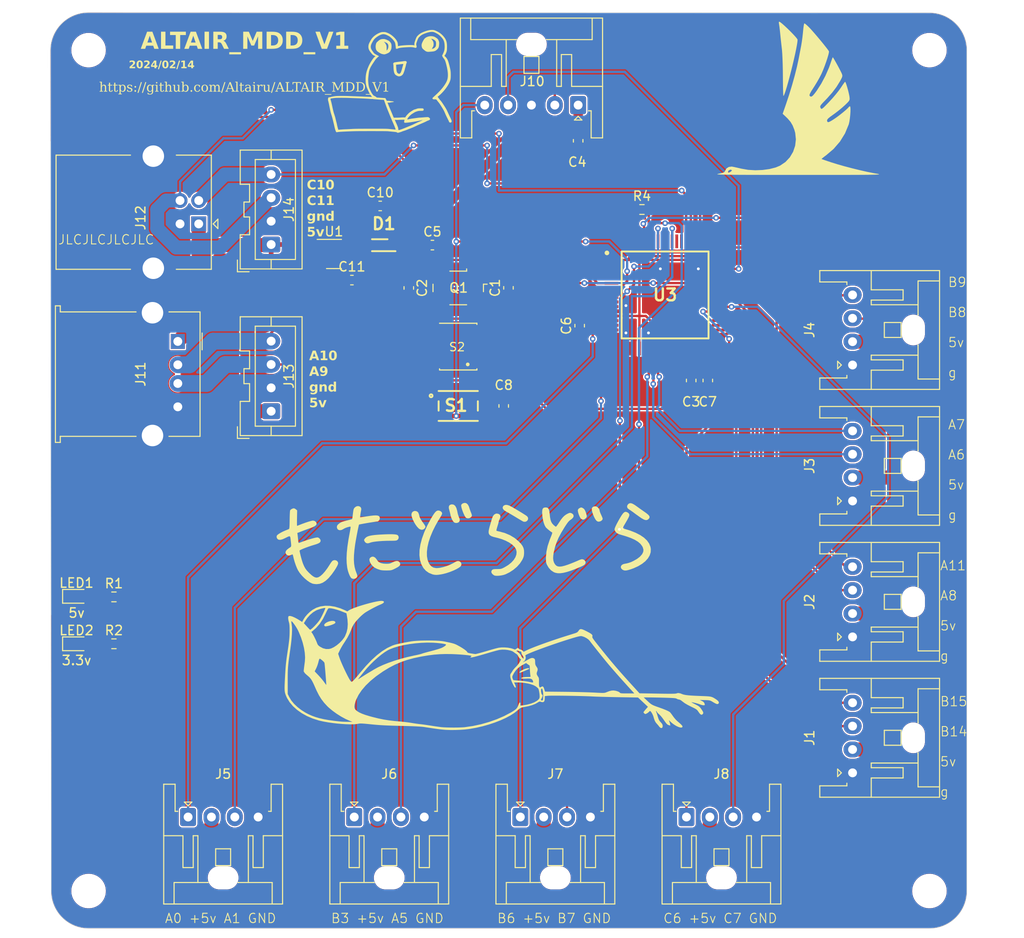
<source format=kicad_pcb>
(kicad_pcb (version 20221018) (generator pcbnew)
  (layers (0 "F.Cu" signal) (31 "B.Cu" signal) (34 "B.Paste" user) (35 "F.Paste" user) (36 "B.SilkS" user "B.Silkscreen") (37 "F.SilkS" user "F.Silkscreen") (38 "B.Mask" user) (39 "F.Mask" user) (44 "Edge.Cuts" user))
  (net 0 "")
  (net 1 "Net-(U3-PH0-OSC_IN)")
  (net 2 "Net-(U3-PH1-OSC_OUT)")
  (net 3 "GND")
  (net 4 "Net-(U3-VCAP_1)")
  (net 5 "+3.3V")
  (net 6 "nrst")
  (net 7 "swclk")
  (net 8 "swdio")
  (net 9 "Net-(U1-OUT)")
  (net 10 "B6")
  (net 11 "B7")
  (net 12 "B8")
  (net 13 "B9")
  (net 14 "Net-(U1-ADJ)")
  (net 15 "Net-(LED1-A)")
  (net 16 "Net-(LED2-A)")
  (net 17 "C6")
  (net 18 "C7")
  (net 19 "C8")
  (net 20 "C9")
  (net 21 "C10")
  (net 22 "C11")
  (net 23 "Net-(U3-BOOT0)")
  (net 24 "Net-(U3-PC3)")
  (net 25 "Net-(U3-PC2)")
  (net 26 "+5V")
  (net 27 "Net-(U3-PC1)")
  (net 28 "A9")
  (net 29 "A10")
  (net 30 "Net-(U3-PC0)")
  (net 34 "A0")
  (net 35 "A1")
  (net 36 "B15")
  (net 37 "B14")
  (net 39 "A8")
  (net 40 "A11")
  (net 41 "A6")
  (net 44 "A7")
  (net 45 "B3")
  (net 46 "A5")
  (net 50 "A2")
  (net 51 "A3")
  (net 52 "B0")
  (net 53 "B1")
  (net 58 "B2")
  (footprint "Connector_JST:JST_XA_S04B-XASK-1_1x04_P2.50mm_Horizontal" (layer "F.Cu") (at 191.77 112.8 90)
    (fp_text reference "J2")
    (fp_text value "MD")
  )
  (footprint "SamacSys_Parts:SOD2513X117N" (layer "F.Cu") (at 141.1647 70.8762 180)
    (fp_text reference "D1")
    (fp_text value "BAT60JFILM" hide)
  )
  (footprint "Capacitor_SMD:C_0603_1608Metric" (layer "F.Cu") (at 176.276 85.357 -90)
    (fp_text reference "C7")
    (fp_text value "0.1uF")
  )
  (footprint "Connector_JST:JST_XA_S04B-XASK-1_1x04_P2.50mm_Horizontal" (layer "F.Cu") (at 120.65 132.08)
    (fp_text reference "J5")
    (fp_text value "encoder")
  )
  (footprint "Crystal:Crystal_SMD_Abracon_ABM3B-4Pin_5.0x3.2mm" (layer "F.Cu") (at 149.563 75.451 180)
    (fp_text reference "Q1")
    (fp_text value "ABM3B-8.000MHZ-B2-T")
  )
  (footprint "Resistor_SMD:R_0603_1608Metric" (layer "F.Cu") (at 112.713 108.518)
    (fp_text reference "R1")
    (fp_text value "4.7k")
  )
  (footprint "Capacitor_SMD:C_0603_1608Metric" (layer "F.Cu") (at 154.94 75.44 90)
    (fp_text reference "C1")
    (fp_text value "22pF")
  )
  (footprint "LED_SMD:LED_0603_1608Metric" (layer "F.Cu") (at 108.703 108.458)
    (fp_text reference "LED1")
    (fp_text value "5v")
  )
  (footprint "Connector_USB:USB_A_Molex_67643_Horizontal" (layer "F.Cu") (at 119.55 81.175 -90)
    (fp_text reference "J11")
    (fp_text value "USB_A")
  )
  (footprint "LOGO" (layer "F.Cu") (at 149.86 111.76)
    (fp_text reference "G***" hide)
    (fp_text value "LOGO" hide)
  )
  (footprint "Resistor_SMD:R_0603_1608Metric" (layer "F.Cu") (at 169.227 67.056)
    (fp_text reference "R4")
    (fp_text value "10k")
  )
  (footprint "Connector_JST:JST_XA_B04B-XASK-1_1x04_P2.50mm_Vertical" (layer "F.Cu") (at 129.54 70.805 90)
    (fp_text reference "J14")
    (fp_text value "Conn_01x04")
  )
  (footprint "MountingHole:MountingHole_3.2mm_M3" (layer "F.Cu") (at 200 50)
    (fp_text reference "REF**" hide)
    (fp_text value "MountingHole_3.2mm_M3")
  )
  (footprint "Connector_JST:JST_XA_S04B-XASK-1_1x04_P2.50mm_Horizontal" (layer "F.Cu") (at 173.99 132.08)
    (fp_text reference "J8")
    (fp_text value "encoder")
  )
  (footprint "Capacitor_SMD:C_0603_1608Metric" (layer "F.Cu") (at 162.4 59.703 -90)
    (fp_text reference "C4")
    (fp_text value "0.1uF")
  )
  (footprint "Library:sken" (layer "F.Cu") (at 186.055 61.595)
    (fp_text reference "G***" hide)
    (fp_text value "LOGO" hide)
  )
  (footprint "SamacSys_Parts:QFP50P1200X1200X160-64N" (layer "F.Cu") (at 171.704 76.2)
    (fp_text reference "U3")
    (fp_text value "STM32F446RCT7" hide)
  )
  (footprint "Capacitor_SMD:C_0603_1608Metric" (layer "F.Cu") (at 146.799 70.866)
    (fp_text reference "C5")
    (fp_text value "0.1uF")
  )
  (footprint "Connector_USB:USB_B_Lumberg_2411_02_Horizontal" (layer "F.Cu") (at 121.7875 68.595 180)
    (fp_text reference "J12")
    (fp_text value "USB_B")
  )
  (footprint "Package_TO_SOT_SMD:SOT-23-5" (layer "F.Cu") (at 136.2655 71.816)
    (fp_text reference "U1")
    (fp_text value "SPX3819M5-L")
  )
  (footprint "LED_SMD:LED_0603_1608Metric" (layer "F.Cu") (at 108.703 113.538)
    (fp_text reference "LED2")
    (fp_text value "3.3v")
  )
  (footprint "Connector_JST:JST_XA_S05B-XASK-1_1x05_P2.50mm_Horizontal" (layer "F.Cu") (at 162.4 55.88 180)
    (fp_text reference "J10")
    (fp_text value "stlink")
  )
  (footprint "Connector_JST:JST_XA_B04B-XASK-1_1x04_P2.50mm_Vertical" (layer "F.Cu") (at 129.54 88.645 90)
    (fp_text reference "J13")
    (fp_text value "Conn_01x04")
  )
  (footprint "MountingHole:MountingHole_3.2mm_M3" (layer "F.Cu") (at 200 140)
    (fp_text reference "REF**" hide)
    (fp_text value "MountingHole_3.2mm_M3")
  )
  (footprint "MountingHole:MountingHole_3.2mm_M3" (layer "F.Cu") (at 110 50)
    (fp_text reference "REF**" hide)
    (fp_text value "MountingHole_3.2mm_M3")
  )
  (footprint "Connector_JST:JST_XA_S04B-XASK-1_1x04_P2.50mm_Horizontal" (layer "F.Cu") (at 191.77 83.7 90)
    (fp_text reference "J4")
    (fp_text value "MD")
  )
  (footprint "SamacSys_Parts:SMT_4.2X3.2_" (layer "F.Cu") (at 149.563 88.081)
    (fp_text reference "S1")
    (fp_text value "SKRPACE010" hide)
  )
  (footprint "Connector_JST:JST_XA_S04B-XASK-1_1x04_P2.50mm_Horizontal" (layer "F.Cu") (at 191.77 98.25 90)
    (fp_text reference "J3")
    (fp_text value "MD")
  )
  (footprint "Connector_JST:JST_XA_S04B-XASK-1_1x04_P2.50mm_Horizontal" (layer "F.Cu") (at 138.43 132.08)
    (fp_text reference "J6")
    (fp_text value "encoder")
  )
  (footprint "servoV1:SOIC127P600X175-8N" (layer "F.Cu") (at 149.563 81.731 180)
    (fp_text reference "S2")
    (fp_text value "KHS42E")
  )
  (footprint "Capacitor_SMD:C_0603_1608Metric" (layer "F.Cu") (at 144.272 75.451 -90)
    (fp_text reference "C2")
    (fp_text value "22pF")
  )
  (footprint "Capacitor_SMD:C_0603_1608Metric" (layer "F.Cu") (at 141.211 66.675)
    (fp_text reference "C10")
    (fp_text value "2.2uF")
  )
  (footprint "Capacitor_SMD:C_0603_1608Metric" (layer "F.Cu") (at 138.1835 74.61)
    (fp_text reference "C11")
    (fp_text value "4.7nF")
  )
  (footprint "Connector_JST:JST_XA_S04B-XASK-1_1x04_P2.50mm_Horizontal" (layer "F.Cu") (at 191.77 127.35 90)
    (fp_text reference "J1")
    (fp_text value "MD")
  )
  (footprint "Resistor_SMD:R_0603_1608Metric" (layer "F.Cu") (at 112.713 113.538)
    (fp_text reference "R2")
    (fp_text value "1k")
  )
  (footprint "AltairMD_V6:altair1" (layer "F.Cu") (at 144.160574 53.422756)
    (fp_text reference "G***" hide)
    (fp_text value "LOGO" hide)
  )
  (footprint "Capacitor_SMD:C_0603_1608Metric" (layer "F.Cu") (at 154.432 88.081 90)
    (fp_text reference "C8")
    (fp_text value "0.1uF")
  )
  (footprint "Connector_JST:JST_XA_S04B-XASK-1_1x04_P2.50mm_Horizontal" (layer "F.Cu") (at 156.21 132.08)
    (fp_text reference "J7")
    (fp_text value "encoder")
  )
  (footprint "MountingHole:MountingHole_3.2mm_M3" (layer "F.Cu") (at 110 140)
    (fp_text reference "REF**" hide)
    (fp_text value "MountingHole_3.2mm_M3")
  )
  (footprint "Capacitor_SMD:C_0603_1608Metric" (layer "F.Cu") (at 174.498 85.357 -90)
    (fp_text reference "C3")
    (fp_text value "4.7uF")
  )
  (footprint "Capacitor_SMD:C_0603_1608Metric" (layer "F.Cu") (at 162.56 79.489 90)
    (fp_text reference "C6")
    (fp_text value "0.1uF" hide)
  )
  (gr_line (start 105.918 50.038) (end 106 140) (stroke (width 0.05)) (layer "Edge.Cuts"))
  (gr_arc (start 200 46) (mid 202.828427 47.171573) (end 204 50) (stroke (width 0.05)) (layer "Edge.Cuts"))
  (gr_line (start 204 140) (end 204 50) (stroke (width 0.05)) (layer "Edge.Cuts"))
  (gr_arc (start 110 144) (mid 107.171573 142.828427) (end 106 140) (stroke (width 0.05)) (layer "Edge.Cuts"))
  (gr_arc (start 105.918 50.038) (mid 107.108318 47.164318) (end 109.982 45.974) (stroke (width 0.05)) (layer "Edge.Cuts"))
  (gr_arc (start 204 140) (mid 202.828427 142.828427) (end 200 144) (stroke (width 0.05)) (layer "Edge.Cuts"))
  (gr_line (start 200 46) (end 109.982 45.974) (stroke (width 0.05)) (layer "Edge.Cuts"))
  (gr_line (start 110 144) (end 200 144) (stroke (width 0.05)) (layer "Edge.Cuts"))
  (gr_text "A7\n\nA6\n\n5v\n\ng" (at 201.93 100.33) (layer "F.SilkS") (effects (font (size 1 1) (thickness 0.1)) (justify left bottom)))
  (gr_text "A10\nA9\ngnd\n5v" (at 133.604 88.392) (layer "F.SilkS") (effects (font (size 1 1) (thickness 0.1)) (justify left bottom)))
  (gr_text "B6 +5v B7 GND" (at 153.67 143.51) (layer "F.SilkS") (effects (font (size 1 1) (thickness 0.1)) (justify left bottom)))
  (gr_text "B3 +5v A5 GND" (at 135.89 143.51) (layer "F.SilkS") (effects (font (size 1 1) (thickness 0.1)) (justify left bottom)))
  (gr_text "C10\nC11\ngnd\n5v" (at 133.35 70.104) (layer "F.SilkS") (effects (font (size 1 1) (thickness 0.1)) (justify left bottom)))
  (gr_text "https://github.com/Altairu/ALTAIR_MDD_V1" (at 111.125 54.61) (layer "F.SilkS") (effects (font (size 1 1) (thickness 0.1) italic) (justify left bottom)))
  (gr_text "A11\n\nA8\n\n5v\n\ng\n" (at 201.08 115.41) (layer "F.SilkS") (effects (font (size 1 1) (thickness 0.1)) (justify left bottom)))
  (gr_text "JLCJLCJLCJLC" (at 106.68 70.866) (layer "F.SilkS") (effects (font (size 1 1) (thickness 0.1)) (justify left bottom)))
  (gr_text "B9\n\nB8\n\n5v\n\ng" (at 201.93 85.09) (layer "F.SilkS") (effects (font (size 1 1) (thickness 0.1)) (justify left bottom)))
  (gr_text "C6 +5v C7 GND" (at 171.45 143.51) (layer "F.SilkS") (effects (font (size 1 1) (thickness 0.1)) (justify left bottom)))
  (gr_text "B15\n\nB14\n\n5v\n\ng" (at 201.08 129.96) (layer "F.SilkS") (effects (font (size 1 1) (thickness 0.1)) (justify left bottom)))
  (gr_text "A0 +5v A1 GND" (at 118.11 143.51) (layer "F.SilkS") (effects (font (size 1 1) (thickness 0.1)) (justify left bottom)))
  (gr_text "2024/02/14" (at 114.3 52.07) (layer "F.SilkS") (effects (font (size 0.8 0.8) (thickness 0.1) italic) (justify left bottom)))
  (gr_text "ALTAIR_MDD_V1\n" (at 115.57 50.165) (layer "F.SilkS") (effects (font (size 1.8 1.8) (thickness 0.3) bold) (justify left bottom)))
  (segment (start 155.945 73.66) (end 154.94 74.665) (width 0.25) (layer "F.Cu") (net 1))
  (segment (start 153.924 74.676) (end 153.935 74.665) (width 1) (layer "F.Cu") (net 1))
  (segment (start 153.499 74.251) (end 153.924 74.676) (width 1) (layer "F.Cu") (net 1))
  (segment (start 163.83 73.66) (end 155.945 73.66) (width 0.25) (layer "F.Cu") (net 1))
  (segment (start 153.935 74.665) (end 154.94 74.665) (width 1) (layer "F.Cu") (net 1))
  (segment (start 151.563 74.251) (end 153.499 74.251) (width 1) (layer "F.Cu") (net 1))
  (segment (start 165.966 74.45) (end 164.62 74.45) (width 0.25) (layer "F.Cu") (net 1))
  (segment (start 164.62 74.45) (end 163.83 73.66) (width 0.25) (layer "F.Cu") (net 1))
  (segment (start 164.485 74.95) (end 163.83 74.295) (width 0.25) (layer "F.Cu") (net 2))
  (segment (start 165.966 74.95) (end 164.485 74.95) (width 0.25) (layer "F.Cu") (net 2))
  (segment (start 163.83 74.295) (end 156.845 74.295) (width 0.25) (layer "F.Cu") (net 2))
  (segment (start 145.568 76.226) (end 145.993 76.651) (width 1) (layer "F.Cu") (net 2))
  (segment (start 155.6524 75.4876) (end 148.7264 75.4876) (width 0.25) (layer "F.Cu") (net 2))
  (segment (start 144.272 76.226) (end 145.568 76.226) (width 1) (layer "F.Cu") (net 2))
  (segment (start 145.993 76.651) (end 147.563 76.651) (width 1) (layer "F.Cu") (net 2))
  (segment (start 156.845 74.295) (end 155.6524 75.4876) (width 0.25) (layer "F.Cu") (net 2))
  (segment (start 148.7264 75.4876) (end 147.563 76.651) (width 0.25) (layer "F.Cu") (net 2))
  (segment (start 168.454 70.462) (end 168.454 67.108) (width 0.25) (layer "F.Cu") (net 3))
  (segment (start 168.454 67.108) (end 168.402 67.056) (width 0.25) (layer "F.Cu") (net 3))
  (via (at 167.513 80.264) (size 0.6) (drill 0.3) (layers "F.Cu" "B.Cu") (net 3))
  (via (at 169.926 80.264) (size 0.6) (drill 0.3) (layers "F.Cu" "B.Cu") (net 3))
  (via (at 175.26 73.406) (size 0.6) (drill 0.3) (layers "F.Cu" "B.Cu") (net 3))
  (via (at 171.196 73.406) (size 0.6) (drill 0.3) (layers "F.Cu" "B.Cu") (net 3))
  (via (at 167.513 77.343) (size 0.6) (drill 0.3) (layers "F.Cu" "B.Cu") (net 3))
  (segment (start 174.498 84.582) (end 174.454 84.538) (width 0.25) (layer "F.Cu") (net 4))
  (segment (start 174.454 84.538) (end 174.454 81.938) (width 0.25) (layer "F.Cu") (net 4))
  (segment (start 146.0551 68.8391) (end 145.5471 69.3471) (width 1) (layer "F.Cu") (net 5))
  (segment (start 146.0138 70.8762) (end 146.024 70.866) (width 1) (layer "F.Cu") (net 5))
  (segment (start 144.018 70.8762) (end 146.0138 70.8762) (width 1) (layer "F.Cu") (net 5))
  (segment (start 113.03 111.76) (end 107.95 111.76) (width 0.25) (layer "F.Cu") (net 5))
  (segment (start 145.5471 69.3471) (end 145.2931 69.6011) (width 1) (layer "F.Cu") (net 5))
  (segment (start 146.024 64.02425) (end 146.024 70.866) (width 0.25) (layer "F.Cu") (net 5))
  (segment (start 146.05 70.892) (end 146.024 70.866) (width 0.25) (layer "F.Cu") (net 5))
  (segment (start 146.11 72.45) (end 146.05 72.39) (width 0.25) (layer "F.Cu") (net 5))
  (segment (start 165.966 72.45) (end 146.11 72.45) (width 0.25) (layer "F.Cu") (net 5))
  (segment (start 139.14975 57.15) (end 146.024 64.02425) (width 0.25) (layer "F.Cu") (net 5))
  (segment (start 146.024 69.824) (end 146.024 68.8702) (width 0.25) (layer "F.Cu") (net 5))
  (segment (start 165.966 72.45) (end 167.64 72.45) (width 0.25) (layer "F.Cu") (net 5))
  (segment (start 155.956 58.928) (end 151.638 63.246) (width 1) (layer "F.Cu") (net 5))
  (segment (start 162.56 80.01) (end 162.56 80.264) (width 0.25) (layer "F.Cu") (net 5))
  (segment (start 168.954 72.494) (end 168.91 72.45) (width 0.25) (layer "F.Cu") (net 5))
  (segment (start 146.4361 68.4581) (end 146.0551 68.8391) (width 1) (layer "F.Cu") (net 5))
  (segment (start 174.4683 80.01) (end 175.454 80.9957) (width 0.25) (layer "F.Cu") (net 5))
  (segment (start 106.15 60.22) (end 109.22 57.15) (width 0.25) (layer "F.Cu") (net 5))
  (segment (start 171.196 80.01) (end 174.4683 80.01) (width 0.25) (layer "F.Cu") (net 5))
  (segment (start 145.2931 70.1351) (end 145.6042 69.824) (width 1) (layer "F.Cu") (net 5))
  (segment (start 145.2931 69.6011) (end 145.2931 70.1351) (width 1) (layer "F.Cu") (net 5))
  (segment (start 106.15 109.96) (end 106.15 60.22) (width 0.25) (layer "F.Cu") (net 5))
  (segment (start 144.018 70.8762) (end 146.0551 68.8391) (width 1) (layer "F.Cu") (net 5))
  (segment (start 113.538 112.268) (end 113.03 111.76) (width 0.25) (layer "F.Cu") (net 5))
  (segment (start 145.5471 69.3471) (end 146.024 69.824) (width 0.25) (layer "F.Cu") (net 5))
  (segment (start 146.05 72.39) (end 146.05 70.892) (width 0.25) (layer "F.Cu") (net 5))
  (segment (start 162.4 55.88) (end 162.4 58.928) (width 1) (layer "F.Cu") (net 5))
  (segment (start 167.954 72.136) (end 168.268 72.45) (width 0.25) (layer "F.Cu") (net 5))
  (segment (start 146.024 68.8702) (end 146.024 70.866) (width 1) (layer "F.Cu") (net 5))
  (segment (start 145.2931 70.1351) (end 146.024 70.866) (width 1) (layer "F.Cu") (net 5))
  (segment (start 151.638 63.246) (end 151.638 63.2562) (width 1) (layer "F.Cu") (net 5))
  (segment (start 175.454 81.938) (end 175.454 82.744) (width 0.25) (layer "F.Cu") (net 5))
  (segment (start 164.247 78.45) (end 165.966 78.45) (width 0.25) (layer "F.Cu") (net 5))
  (segment (start 162.56 80.137) (end 164.247 78.45) (width 0.25) (layer "F.Cu") (net 5))
  (segment (start 109.22 57.15) (end 139.14975 57.15) (width 0.25) (layer "F.Cu") (net 5))
  (segment (start 145.6042 69.824) (end 146.024 69.824) (width 1) (layer "F.Cu") (net 5))
  (segment (start 162.56 80.264) (end 162.56 80.137) (width 0.25) (layer "F.Cu") (net 5))
  (segment (start 169.636 78.45) (end 171.196 80.01) (width 0.25) (layer "F.Cu") (net 5))
  (segment (start 113.538 113.538) (end 113.538 112.268) (width 0.25) (layer "F.Cu") (net 5))
  (segment (start 175.454 80.9957) (end 175.454 81.938) (width 0.25) (layer "F.Cu") (net 5))
  (segment (start 167.954 70.462) (end 167.954 72.136) (width 0.25) (layer "F.Cu") (net 5))
  (segment (start 146.024 68.8702) (end 146.0551 68.8391) (width 0.25) (layer "F.Cu") (net 5))
  (segment (start 146.024 70.866) (end 146.024 69.824) (width 0.25) (layer "F.Cu") (net 5))
  (segment (start 168.91 72.45) (end 177.442 72.45) (width 0.25) (layer "F.Cu") (net 5))
  (segment (start 175.454 82.744) (end 176.276 83.566) (width 0.25) (layer "F.Cu") (net 5))
  (segment (start 167.64 72.45) (end 167.954 72.136) (width 0.25) (layer "F.Cu") (net 5))
  (segment (start 162.4 58.928) (end 155.956 58.928) (width 1) (layer "F.Cu") (net 5))
  (segment (start 146.4361 68.4581) (end 146.024 68.8702) (width 1) (layer "F.Cu") (net 5))
  (segment (start 165.966 78.45) (end 169.636 78.45) (width 0.25) (layer "F.Cu") (net 5))
  (segment (start 151.638 63.2562) (end 146.4361 68.4581) (width 1) (layer "F.Cu") (net 5))
  (segment (start 168.268 72.45) (end 168.91 72.45) (width 0.25) (layer "F.Cu") (net 5))
  (segment (start 142.3047 70.8762) (end 144.018 70.8762) (width 1) (layer "F.Cu") (net 5))
  (segment (start 168.954 81.938) (end 168.954 72.494) (width 0.25) (layer "F.Cu") (net 5))
  (segment (start 107.95 111.76) (end 106.15 109.96) (width 0.25) (layer "F.Cu") (net 5))
  (segment (start 176.276 83.566) (end 176.276 84.582) (width 0.25) (layer "F.Cu") (net 5))
  (segment (start 145.2931 69.6011) (end 144.018 70.8762) (width 1) (layer "F.Cu") (net 5))
  (segment (start 167.64 72.45) (end 168.91 72.45) (width 0.25) (layer "F.Cu") (net 5))
  (segment (start 163.195 70.485) (end 149.352 70.485) (width 0.25) (layer "F.Cu") (net 6))
  (segment (start 167.64 73.66) (end 167.64 74.7183) (width 0.25) (layer "F.Cu") (net 6))
  (segment (start 166.9083 75.45) (end 165.966 75.45) (width 0.25) (layer "F.Cu") (net 6))
  (segment (start 167.64 74.7183) (end 166.9083 75.45) (width 0.25) (layer "F.Cu") (net 6))
  (segment (start 149.352 89.156) (end 154.132 89.156) (width 0.5) (layer "F.Cu") (net 6))
  (segment (start 147.488 89.156) (end 149.352 89.156) (width 0.5) (layer "F.Cu") (net 6))
  (segment (start 154.132 89.156) (end 154.432 88.856) (width 0.5) (layer "F.Cu") (net 6))
  (via (at 163.195 70.485) (size 0.6) (drill 0.3) (layers "F.Cu" "B.Cu") (net 6))
  (via (at 149.352 89.156) (size 0.6) (drill 0.3) (layers "F.Cu" "B.Cu") (net 6))
  (via (at 167.64 73.66) (size 0.6) (drill 0.3) (layers "F.Cu" "B.Cu") (net 6))
  (via (at 149.352 70.485) (size 0.6) (drill 0.3) (layers "F.Cu" "B.Cu") (net 6))
  (segment (start 150.114 55.88) (end 149.352 56.642) (width 0.25) (layer "B.Cu") (net 6))
  (segment (start 149.352 70.485) (end 149.352 89.156) (width 0.25) (layer "B.Cu") (net 6))
  (segment (start 167.64 72.39) (end 165.735 70.485) (width 0.25) (layer "B.Cu") (net 6))
  (segment (start 152.4 55.88) (end 150.114 55.88) (width 0.25) (layer "B.Cu") (net 6))
  (segment (start 165.735 70.485) (end 163.195 70.485) (width 0.25) (layer "B.Cu") (net 6))
  (segment (start 167.64 73.66) (end 167.64 72.39) (width 0.25) (layer "B.Cu") (net 6))
  (segment (start 149.352 56.642) (end 149.352 70.485) (width 0.25) (layer "B.Cu") (net 6))
  (segment (start 160.02 53.086) (end 166.116 53.086) (width 0.25) (layer "F.Cu") (net 7))
  (segment (start 175.454 62.424) (end 175.454 70.462) (width 0.25) (layer "F.Cu") (net 7))
  (segment (start 159.9 53.206) (end 160.02 53.086) (width 0.25) (layer "F.Cu") (net 7))
  (segment (start 159.9 55.88) (end 159.9 53.206) (width 0.25) (layer "F.Cu") (net 7))
  (segment (start 166.116 53.086) (end 175.454 62.424) (width 0.25) (layer "F.Cu") (net 7))
  (segment (start 177.486 73.406) (end 177.442 73.45) (width 0.25) (layer "F.Cu") (net 8))
  (segment (start 179.578 73.406) (end 177.486 73.406) (width 0.25) (layer "F.Cu") (net 8))
  (via (at 179.578 73.406) (size 0.6) (drill 0.3) (layers "F.Cu" "B.Cu") (net 8))
  (segment (start 154.9 55.88) (end 154.9 52.872) (width 0.25) (layer "B.Cu") (net 8))
  (segment (start 155.448 52.324) (end 167.386 52.324) (width 0.25) (layer "B.Cu") (net 8))
  (segment (start 154.9 52.872) (end 155.448 52.324) (width 0.25) (layer "B.Cu") (net 8))
  (segment (start 167.386 52.324) (end 179.578 64.516) (width 0.25) (layer "B.Cu") (net 8))
  (segment (start 179.578 64.516) (end 179.578 73.406) (width 0.25) (layer "B.Cu") (net 8))
  (segment (start 137.403 70.866) (end 140.0145 70.866) (width 1) (layer "F.Cu") (net 9))
  (segment (start 140.436 70.4649) (end 140.0247 70.8762) (width 1) (layer "F.Cu") (net 9))
  (segment (start 140.0145 70.866) (end 140.0247 70.8762) (width 1) (layer "F.Cu") (net 9))
  (segment (start 140.436 66.675) (end 140.436 70.4649) (width 1) (layer "F.Cu") (net 9))
  (segment (start 167.64 75.819) (end 168.3771 75.0819) (width 0.25) (layer "F.Cu") (net 10))
  (segment (start 166.8566 101.2404) (end 166.8566 89.6834) (width 0.25) (layer "F.Cu") (net 10))
  (segment (start 168.3771 75.0819) (end 168.3771 73.152) (width 0.25) (layer "F.Cu") (net 10))
  (segment (start 170.942 69.088) (end 170.954 69.1) (width 0.25) (layer "F.Cu") (net 10))
  (segment (start 166.8145 101.2825) (end 166.8566 101.2404) (width 0.25) (layer "F.Cu") (net 10))
  (segment (start 166.8566 89.6834) (end 166.878 89.662) (width 0.25) (layer "F.Cu") (net 10))
  (segment (start 170.954 69.1) (end 170.954 70.462) (width 0.25) (layer "F.Cu") (net 10))
  (via (at 170.942 69.088) (size 0.6) (drill 0.3) (layers "F.Cu" "B.Cu") (net 10))
  (via (at 166.878 89.662) (size 0.6) (drill 0.3) (layers "F.Cu" "B.Cu") (net 10))
  (via (at 167.64 75.819) (size 0.6) (drill 0.3) (layers "F.Cu" "B.Cu") (net 10))
  (via (at 168.3771 73.152) (size 0.6) (drill 0.3) (layers "F.Cu" "B.Cu") (net 10))
  (via (at 166.8145 101.2825) (size 0.6) (drill 0.3) (layers "F.Cu" "B.Cu") (net 10))
  (segment (start 166.878 89.662) (end 166.878 76.581) (width 0.25) (layer "B.Cu") (net 10))
  (segment (start 170.942 69.088) (end 170.942 72.136) (width 0.25) (layer "B.Cu") (net 10))
  (segment (start 166.8145 101.2825) (end 156.21 111.887) (width 0.25) (layer "B.Cu") (net 10))
  (segment (start 166.878 76.581) (end 167.64 75.819) (width 0.25) (layer "B.Cu") (net 10))
  (segment (start 170.942 72.136) (end 169.926 73.152) (width 0.25) (layer "B.Cu") (net 10))
  (segment (start 169.926 73.152) (end 168.3771 73.152) (width 0.25) (layer "B.Cu") (net 10))
  (segment (start 156.21 111.887) (end 156.21 132.08) (width 0.25) (layer "B.Cu") (net 10))
  (segment (start 161.21 115.850416) (end 168.91 108.150416) (width 0.25) (layer "F.Cu") (net 11))
  (segment (start 161.21 132.08) (end 161.21 115.850416) (width 0.25) (layer "F.Cu") (net 11))
  (segment (start 170.3646 68.848833) (end 170.3646 69.327167) (width 0.25) (layer "F.Cu") (net 11))
  (segment (start 168.91 90.805) (end 168.91 90.043) (width 0.25) (layer "F.Cu") (net 11))
  (segment (start 168.91 108.150416) (end 168.91 90.805) (width 0.25) (layer "F.Cu") (net 11))
  (segment (start 170.702833 68.5106) (end 170.3646 68.848833) (width 0.25) (layer "F.Cu") (net 11))
  (segment (start 170.3646 69.327167) (end 170.454 69.416567) (width 0.25) (layer "F.Cu") (net 11))
  (segment (start 170.454 69.416567) (end 170.454 70.462) (width 0.25) (layer "F.Cu") (net 11))
  (segment (start 171.704 68.5219) (end 171.6927 68.5106) (width 0.25) (layer "F.Cu") (net 11))
  (segment (start 171.6927 68.5106) (end 170.702833 68.5106) (width 0.25) (layer "F.Cu") (net 11))
  (via (at 171.704 68.5219) (size 0.6) (drill 0.3) (layers "F.Cu" "B.Cu") (net 11))
  (via (at 168.91 90.043) (size 0.6) (drill 0.3) (layers "F.Cu" "B.Cu") (net 11))
  (segment (start 168.91 90.043) (end 168.91 79.756) (width 0.25) (layer "B.Cu") (net 11))
  (segment (start 173.1586 68.5106) (end 171.7153 68.5106) (width 0.25) (layer "B.Cu") (net 11))
  (segment (start 173.482 75.184) (end 173.482 68.834) (width 0.25) (layer "B.Cu") (net 11))
  (segment (start 171.7153 68.5106) (end 171.704 68.5219) (width 0.25) (layer "B.Cu") (net 11))
  (segment (start 173.482 68.834) (end 173.1586 68.5106) (width 0.25) (layer "B.Cu") (net 11))
  (segment (start 171.958 76.708) (end 173.482 75.184) (width 0.25) (layer "B.Cu") (net 11))
  (segment (start 168.91 79.756) (end 171.958 76.708) (width 0.25) (layer "B.Cu") (net 11))
  (segment (start 169.3771 68.58) (end 169.454 68.6569) (width 0.25) (layer "F.Cu") (net 12))
  (segment (start 191.77 78.74) (end 194.31 78.74) (width 0.25) (layer "F.Cu") (net 12))
  (segment (start 180.975 67.945) (end 177.165 67.945) (width 0.25) (layer "F.Cu") (net 12))
  (segment (start 194.31 78.74) (end 194.31 73.66) (width 0.25) (layer "F.Cu") (net 12))
  (segment (start 191.77 71.12) (end 184.15 71.12) (width 0.25) (layer "F.Cu") (net 12))
  (segment (start 169.454 68.6569) (end 169.454 70.462) (width 0.25) (layer "F.Cu") (net 12))
  (segment (start 194.31 73.66) (end 191.77 71.12) (width 0.25) (layer "F.Cu") (net 12))
  (segment (start 184.15 71.12) (end 180.975 67.945) (width 0.25) (layer "F.Cu") (net 12))
  (via (at 177.165 67.945) (size 0.6) (drill 0.3) (layers "F.Cu" "B.Cu") (net 12))
  (via (at 169.3771 68.58) (size 0.6) (drill 0.3) (layers "F.Cu" "B.Cu") (net 12))
  (segment (start 170.0121 67.945) (end 177.165 67.945) (width 0.25) (layer "B.Cu") (net 12))
  (segment (start 169.3771 68.58) (end 170.0121 67.945) (width 0.25) (layer "B.Cu") (net 12))
  (segment (start 169.2026 72.0476) (end 168.954 71.799) (width 0.25) (layer "F.Cu") (net 13))
  (segment (start 168.954 71.799) (end 168.954 70.462) (width 0.25) (layer "F.Cu") (net 13))
  (segment (start 185.46 76.24) (end 180.34 71.12) (width 0.25) (layer "F.Cu") (net 13))
  (segment (start 175.895 72.0476) (end 169.2026 72.0476) (width 0.25) (layer "F.Cu") (net 13))
  (segment (start 180.34 71.12) (end 176.8226 71.12) (width 0.25) (layer "F.Cu") (net 13))
  (segment (start 176.8226 71.12) (end 175.895 72.0476) (width 0.25) (layer "F.Cu") (net 13))
  (segment (start 191.77 76.24) (end 185.46 76.24) (width 0.25) (layer "F.Cu") (net 13))
  (segment (start 137.4085 72.7715) (end 137.403 72.766) (width 1) (layer "F.Cu") (net 14))
  (segment (start 137.4085 74.61) (end 137.4085 72.7715) (width 1) (layer "F.Cu") (net 14))
  (segment (start 109.4905 108.458) (end 111.828 108.458) (width 1) (layer "F.Cu") (net 15))
  (segment (start 111.828 108.458) (end 111.888 108.518) (width 1) (layer "F.Cu") (net 15))
  (segment (start 109.4905 113.538) (end 111.888 113.538) (width 1) (layer "F.Cu") (net 16))
  (segment (start 178.562 80.899) (end 178.562 88.011) (width 0.25) (layer "F.Cu") (net 17))
  (segment (start 178.562 88.011) (end 173.99 92.583) (width 0.25) (layer "F.Cu") (net 17))
  (segment (start 175.768 77.978) (end 177.414 77.978) (width 0.25) (layer "F.Cu") (net 17))
  (segment (start 177.414 77.978) (end 177.442 77.95) (width 0.25) (layer "F.Cu") (net 17))
  (segment (start 173.99 92.583) (end 173.99 132.08) (width 0.25) (layer "F.Cu") (net 17))
  (via (at 175.768 77.978) (size 0.6) (drill 0.3) (layers "F.Cu" "B.Cu") (net 17))
  (via (at 178.562 80.899) (size 0.6) (drill 0.3) (layers "F.Cu" "B.Cu") (net 17))
  (segment (start 175.768 77.978) (end 175.768 78.105) (width 0.25) (layer "B.Cu") (net 17))
  (segment (start 175.768 78.105) (end 178.562 80.899) (width 0.25) (layer "B.Cu") (net 17))
  (segment (start 178.816 77.47) (end 177.462 77.47) (width 0.25) (layer "F.Cu") (net 18))
  (segment (start 177.462 77.47) (end 177.442 77.45) (width 0.25) (layer "F.Cu") (net 18))
  (via (at 178.816 77.47) (size 0.6) (drill 0.3) (layers "F.Cu" "B.Cu") (net 18))
  (segment (start 184.4084 115.6926) (end 184.4084 108.9616) (width 0.25) (layer "B.Cu") (net 18))
  (segment (start 184.4084 108.9616) (end 195.58 97.79) (width 0.25) (layer "B.Cu") (net 18))
  (segment (start 178.99 132.08) (end 178.99 121.111) (width 0.25) (layer "B.Cu") (net 18))
  (segment (start 178.99 121.111) (end 184.4084 115.6926) (width 0.25) (layer "B.Cu") (net 18))
  (segment (start 181.61 77.47) (end 178.816 77.47) (width 0.25) (layer "B.Cu") (net 18))
  (segment (start 195.58 91.44) (end 181.61 77.47) (width 0.25) (layer "B.Cu") (net 18))
  (segment (start 195.58 97.79) (end 195.58 91.44) (width 0.25) (layer "B.Cu") (net 18))
  (segment (start 174.454 64.98) (end 173.736 64.262) (width 0.25) (layer "F.Cu") (net 21))
  (segment (start 173.736 64.262) (end 152.654 64.262) (width 0.25) (layer "F.Cu") (net 21))
  (segment (start 152.654 60.198) (end 144.78 60.198) (width 0.25) (layer "F.Cu") (net 21))
  (segment (start 174.454 70.462) (end 174.454 64.98) (width 0.25) (layer "F.Cu") (net 21))
  (via (at 152.654 60.198) (size 0.6) (drill 0.3) (layers "F.Cu" "B.Cu") (net 21))
  (via (at 144.78 60.198) (size 0.6) (drill 0.3) (layers "F.Cu" "B.Cu") (net 21))
  (via (at 152.654 64.262) (size 0.6) (drill 0.3) (layers "F.Cu" "B.Cu") (net 21))
  (segment (start 152.654 60.198) (end 152.654 64.262) (width 0.25) (layer "B.Cu") (net 21))
  (segment (start 141.673 63.305) (end 129.54 63.305) (width 0.25) (layer "B.Cu") (net 21))
  (segment (start 144.78 60.198) (end 141.673 63.305) (width 0.25) (layer "B.Cu") (net 21))
  (segment (start 121.7875 66.095) (end 124.5775 63.305) (width 1.5) (layer "B.Cu") (net 21))
  (segment (start 124.5775 63.305) (end 129.54 63.305) (width 1.5) (layer "B.Cu") (net 21))
  (segment (start 142.494 58.928) (end 153.924 58.928) (width 0.25) (layer "F.Cu") (net 22))
  (segment (start 173.954 70.462) (end 173.954 65.496) (width 0.25) (layer "F.Cu") (net 22))
  (segment (start 139.954 56.388) (end 142.494 58.928) (width 0.25) (layer "F.Cu") (net 22))
  (segment (start 129.54 56.388) (end 139.954 56.388) (width 0.25) (layer "F.Cu") (net 22))
  (segment (start 173.954 65.496) (end 173.482 65.024) (width 0.25) (layer "F.Cu") (net 22))
  (via (at 173.482 65.024) (size 0.6) (drill 0.3) (layers "F.Cu" "B.Cu") (net 22))
  (via (at 129.54 56.388) (size 0.6) (drill 0.3) (layers "F.Cu" "B.Cu") (net 22))
  (via (at 153.924 58.928) (size 0.6) (drill 0.3) (layers "F.Cu" "B.Cu") (net 22))
  (segment (start 117.348 69.088) (end 119.38 71.12) (width 1.5) (layer "B.Cu") (net 22))
  (segment (start 126.492 59.436) (end 124.43725 59.436) (width 0.25) (layer "B.Cu") (net 22))
  (segment (start 117.348 67.056) (end 117.348 69.088) (width 1.5) (layer "B.Cu") (net 22))
  (segment (start 129.436732 65.805) (end 129.54 65.805) (width 1.5) (layer "B.Cu") (net 22))
  (segment (start 124.121732 71.12) (end 129.436732 65.805) (width 1.5) (layer "B.Cu") (net 22))
  (segment (start 153.924 58.928) (end 153.924 65.024) (width 0.25) (layer "B.Cu") (net 22))
  (segment (start 119.7875 66.095) (end 118.309 66.095) (width 1.5) (layer "B.Cu") (net 22))
  (segment (start 118.309 66.095) (end 117.348 67.056) (width 1.5) (layer "B.Cu") (net 22))
  (segment (start 153.924 65.024) (end 173.482 65.024) (width 0.25) (layer "B.Cu") (net 22))
  (segment (start 129.54 56.388) (end 126.492 59.436) (width 0.25) (layer "B.Cu") (net 22))
  (segment (start 119.38 71.12) (end 124.121732 71.12) (width 1.5) (layer "B.Cu") (net 22))
  (segment (start 124.43725 59.436) (end 119.7875 64.08575) (width 0.25) (layer "B.Cu") (net 22))
  (segment (start 119.7875 64.08575) (end 119.7875 66.095) (width 0.25) (layer "B.Cu") (net 22))
  (segment (start 170.052 67.056) (end 169.954 67.154) (width 0.25) (layer "F.Cu") (net 23))
  (segment (start 170.052 67.564) (end 170.052 67.056) (width 0.25) (layer "F.Cu") (net 23))
  (segment (start 169.954 67.154) (end 169.954 70.462) (width 0.25) (layer "F.Cu") (net 23))
  (segment (start 158.77 77.45) (end 152.584 83.636) (width 0.25) (layer "F.Cu") (net 24))
  (segment (start 165.966 77.45) (end 158.77 77.45) (width 0.25) (layer "F.Cu") (net 24))
  (segment (start 152.584 83.636) (end 152.038 83.636) (width 0.25) (layer "F.Cu") (net 24))
  (segment (start 153.092 82.366) (end 152.038 82.366) (width 0.25) (layer "F.Cu") (net 25))
  (segment (start 158.508 76.95) (end 153.092 82.366) (width 0.25) (layer "F.Cu") (net 25))
  (segment (start 165.966 76.95) (end 158.508 76.95) (width 0.25) (layer "F.Cu") (net 25))
  (segment (start 140.589 135.128) (end 123.317 135.128) (width 1.5) (layer "F.Cu") (net 26))
  (segment (start 194.865 81.2) (end 191.77 81.2) (width 1.5) (layer "F.Cu") (net 26))
  (segment (start 123.15 132.08) (end 123.15 134.961) (width 1.5) (layer "F.Cu") (net 26))
  (segment (start 129.479 70.866) (end 129.54 70.805) (width 1.5) (layer "F.Cu") (net 26))
  (segment (start 175.917 135.128) (end 159.385 135.128) (width 1.5) (layer "F.Cu") (net 26))
  (segment (start 140.93 132.08) (end 140.93 134.787) (width 1.5) (layer "F.Cu") (net 26))
  (segment (start 127 70.866) (end 129.479 70.866) (width 1.5) (layer "F.Cu") (net 26))
  (segment (start 117.9824 108.518) (end 118.0424 108.458) (width 1.5) (layer "F.Cu") (net 26))
  (segment (start 196.215 95.25) (end 195.715 95.75) (width 1.5) (layer "F.Cu") (net 26))
  (segment (start 196.215 95.25) (end 196.215 82.55) (width 1.5) (layer "F.Cu") (net 26))
  (segment (start 113.538 108.518) (end 117.9824 108.518) (width 1.5) (layer "F.Cu") (net 26))
  (segment (start 196.215 109.855) (end 195.77 110.3) (width 1.5) (layer "F.Cu") (net 26))
  (segment (start 129.54 70.805) (end 129.54 72.136) (width 0.5) (layer "F.Cu") (net 26))
  (segment (start 121.7875 72.2685) (end 123.19 70.866) (width 1.5) (layer "F.Cu") (net 26))
  (segment (start 158.71 132.08) (end 158.71 134.453) (width 1.5) (layer "F.Cu") (net 26))
  (segment (start 121.7875 68.595) (end 121.7875 70.866) (width 1.5) (layer "F.Cu") (net 26))
  (segment (start 129.54 72.136) (end 130.17 72.766) (width 0.5) (layer "F.Cu") (net 26))
  (segment (start 140.93 134.787) (end 140.589 135.128) (width 1.5) (layer "F.Cu") (net 26))
  (segment (start 120.142 135.128) (end 118.0424 133.0284) (width 1.5) (layer "F.Cu") (net 26))
  (segment (start 196.215 82.55) (end 194.865 81.2) (width 1.5) (layer "F.Cu") (net 26))
  (segment (start 127 87.63) (end 128.015 88.645) (width 1.5) (layer "F.Cu") (net 26))
  (segment (start 118.0424 133.0284) (end 118.0424 108.458) (width 1.5) (layer "F.Cu") (net 26))
  (segment (start 123.15 134.961) (end 123.317 135.128) (width 1.5) (layer "F.Cu") (net 26))
  (segment (start 128.015 88.645) (end 129.54 88.645) (width 1.5) (layer "F.Cu") (net 26))
  (segment (start 135.067 70.805) (end 135.128 70.866) (width 0.5) (layer "F.Cu") (net 26))
  (segment (start 121.7875 73.66) (end 121.7875 78.9375) (width 1.5) (layer "F.Cu") (net 26))
  (segment (start 175.917 135.128) (end 193.802 135.128) (width 1.5) (layer "F.Cu") (net 26))
  (segment (start 196.215 109.855) (end 196.215 95.25) (width 1.5) (layer "F.Cu") (net 26))
  (segment (start 129.54 70.805) (end 135.067 70.805) (width 0.5) (layer "F.Cu") (net 26))
  (segment (start 159.385 135.128) (end 140.589 135.128) (width 1.5) (layer "F.Cu") (net 26))
  (segment (start 121.7875 73.66) (end 121.7875 72.2685) (width 1.5) (layer "F.Cu") (net 26))
  (segment (start 121.7875 78.9375) (end 119.55 81.175) (width 1.5) (layer "F.Cu") (net 26))
  (segment (start 176.49 132.08) (end 176.49 134.555) (width 1.5) (layer "F.Cu") (net 26))
  (segment (start 193.802 135.128) (end 196.215 132.715) (width 1.5) (layer "F.Cu") (net 26))
  (segment (start 123.19 70.866) (end 127 70.866) (width 1.5) (layer "F.Cu") (net 26))
  (segment (start 118.0424 108.518) (end 118.0424 98.6176) (width 0.25) (layer "F.Cu") (net 26))
  (segment (start 121.7875 70.866) (end 123.19 70.866) (width 1.5) (layer "F.Cu") (net 26))
  (segment (start 195.77 110.3) (end 191.77 110.3) (width 1.5) (layer "F.Cu") (net 26))
  (segment (start 158.71 134.453) (end 159.385 135.128) (width 1.5) (layer "F.Cu") (net 26))
  (segment (start 176.49 134.555) (end 175.917 135.128) (width 1.5) (layer "F.Cu") (net 26))
  (segment (start 196.215 125.095) (end 196.215 109.855) (width 1.5) (layer "F.Cu") (net 26))
  (segment (start 121.7875 70.866) (end 121.7875 73.66) (width 1.5) (layer "F.Cu") (net 26))
  (segment (start 196.215 132.715) (end 196.215 125.095) (width 1.5) (layer "F.Cu") (net 26))
  (segment (start 118.0424 98.6176) (end 128.015 88.645) (width 1.5) (layer "F.Cu") (net 26))
  (segment (start 195.715 95.75) (end 191.77 95.75) (width 1.5) (layer "F.Cu") (net 26))
  (segment (start 130.17 72.766) (end 135.128 72.766) (width 0.5) (layer "F.Cu") (net 26))
  (segment (start 124.714 135.128) (end 120.142 135.128) (width 1.5) (layer "F.Cu") (net 26))
  (segment (start 127 70.866) (end 127 87.63) (width 1.5) (layer "F.Cu") (net 26))
  (segment (start 195.97 124.85) (end 191.77 124.85) (width 1.5) (layer "F.Cu") (net 26))
  (segment (start 196.215 125.095) (end 195.97 124.85) (width 1.5) (layer "F.Cu") (net 26))
  (segment (start 118.0424 108.458) (end 118.0424 98.6176) (width 1.5) (layer "F.Cu") (net 26))
  (segment (start 153.6 81.096) (end 158.246 76.45) (width 0.25) (layer "F.Cu") (net 27))
  (segment (start 152.038 81.096) (end 153.6 81.096) (width 0.25) (layer "F.Cu") (net 27))
  (segment (start 158.246 76.45) (end 165.966 76.45) (width 0.25) (layer "F.Cu") (net 27))
  (segment (start 130.889 83.645) (end 129.54 83.645) (width 0.25) (layer "F.Cu") (net 28))
  (segment (start 175.502 75.45) (end 175.006 75.946) (width 0.25) (layer "F.Cu") (net 28))
  (segment (start 132.588 85.344) (end 130.889 83.645) (width 0.25) (layer "F.Cu") (net 28))
  (segment (start 177.673 86.741) (end 176.022 88.392) (width 0.25) (layer "F.Cu") (net 28))
  (segment (start 155.956 85.344) (end 132.588 85.344) (width 0.25) (layer "F.Cu") (net 28))
  (segment (start 176.022 88.392) (end 159.004 88.392) (width 0.25) (layer "F.Cu") (net 28))
  (segment (start 175.006 75.946) (end 175.006 78.994) (width 0.25) (layer "F.Cu") (net 28))
  (segment (start 177.442 75.45) (end 175.502 75.45) (width 0.25) (layer "F.Cu") (net 28))
  (segment (start 175.006 78.994) (end 177.673 81.661) (width 0.25) (layer "F.Cu") (net 28))
  (segment (start 177.673 81.661) (end 177.673 86.741) (width 0.25) (layer "F.Cu") (net 28))
  (segment (start 159.004 88.392) (end 155.956 85.344) (width 0.25) (layer "F.Cu") (net 28))
  (segment (start 122.605 85.675) (end 119.55 85.675) (width 1.8) (layer "B.Cu") (net 28))
  (segment (start 124.635 83.645) (end 122.605 85.675) (width 1.8) (layer "B.Cu") (net 28))
  (segment (start 129.54 83.645) (end 124.635 83.645) (width 1.8) (layer "B.Cu") (net 28))
  (segment (start 153.924 78.74) (end 131.064 78.74) (width 0.25) (layer "F.Cu") (net 29))
  (segment (start 129.54 80.264) (end 129.54 81.145) (width 0.25) (layer "F.Cu") (net 29))
  (segment (start 177.442 74.95) (end 176.4545 74.95) (width 0.25) (layer "F.Cu") (net 29))
  (segment (start 157.734 74.93) (end 153.924 78.74) (width 0.25) (layer "F.Cu") (net 29))
  (segment (start 163.068 74.93) (end 157.734 74.93) (width 0.25) (layer "F.Cu") (net 29))
  (segment (start 131.064 78.74) (end 129.54 80.264) (width 0.25) (layer "F.Cu") (net 29))
  (segment (start 176.4345 74.93) (end 170.434 74.93) (width 0.25) (layer "F.Cu") (net 29))
  (segment (start 176.4545 74.95) (end 176.4345 74.93) (width 0.25) (layer "F.Cu") (net 29))
  (via (at 163.068 74.93) (size 0.6) (drill 0.3) (layers "F.Cu" "B.Cu") (net 29))
  (via (at 170.434 74.93) (size 0.6) (drill 0.3) (layers "F.Cu" "B.Cu") (net 29))
  (segment (start 119.55 83.675) (end 120.795 83.675) (width 1.8) (layer "B.Cu") (net 29))
  (segment (start 123.325 81.145) (end 129.54 81.145) (width 1.8) (layer "B.Cu") (net 29))
  (segment (start 162.814 74.93) (end 163.068 74.93) (width 0.25) (layer "B.Cu") (net 29))
  (segment (start 120.795 83.675) (end 123.325 81.145) (width 1.8) (layer "B.Cu") (net 29))
  (segment (start 170.434 74.93) (end 163.068 74.93) (width 0.25) (layer "B.Cu") (net 29))
  (segment (start 154.108 79.826) (end 157.984 75.95) (width 0.25) (layer "F.Cu") (net 30))
  (segment (start 157.984 75.95) (end 165.966 75.95) (width 0.25) (layer "F.Cu") (net 30))
  (segment (start 152.038 79.826) (end 154.108 79.826) (width 0.25) (layer "F.Cu") (net 30))
  (segment (start 163.957 79.502) (end 163.957 80.899) (width 0.25) (layer "F.Cu") (net 34))
  (segment (start 164.509 78.95) (end 163.957 79.502) (width 0.25) (layer "F.Cu") (net 34))
  (segment (start 165.966 78.95) (end 164.509 78.95) (width 0.25) (layer "F.Cu") (net 34))
  (via (at 163.957 80.899) (size 0.6) (drill 0.3) (layers "F.Cu" "B.Cu") (net 34))
  (segment (start 154.686 92.075) (end 135.001 92.075) (width 0.25) (layer "B.Cu") (net 34))
  (segment (start 120.65 106.426) (end 120.65 132.08) (width 0.25) (layer "B.Cu") (net 34))
  (segment (start 163.957 80.899) (end 163.957 82.804) (width 0.25) (layer "B.Cu") (net 34))
  (segment (start 135.001 92.075) (end 120.65 106.426) (width 0.25) (layer "B.Cu") (net 34))
  (segment (start 163.957 82.804) (end 154.686 92.075) (width 0.25) (layer "B.Cu") (net 34))
  (segment (start 164.846 79.502) (end 164.846 87.5611) (width 0.25) (layer "F.Cu") (net 35))
  (segment (start 165.966 79.45) (end 164.898 79.45) (width 0.25) (layer "F.Cu") (net 35))
  (segment (start 164.898 79.45) (end 164.846 79.502) (width 0.25) (layer "F.Cu") (net 35))
  (via (at 164.846 87.5611) (size 0.6) (drill 0.3) (layers "F.Cu" "B.Cu") (net 35))
  (segment (start 164.846 89.408) (end 154.051 100.203) (width 0.25) (layer "B.Cu") (net 35))
  (segment (start 125.65 109.681) (end 125.65 132.08) (width 0.25) (layer "B.Cu") (net 35))
  (segment (start 135.128 100.203) (end 125.65 109.681) (width 0.25) (layer "B.Cu") (net 35))
  (segment (start 154.051 100.203) (end 135.128 100.203) (width 0.25) (layer "B.Cu") (net 35))
  (segment (start 164.846 87.5611) (end 164.846 89.408) (width 0.25) (layer "B.Cu") (net 35))
  (segment (start 181.102 79.883) (end 179.669 78.45) (width 0.25) (layer "F.Cu") (net 36))
  (segment (start 189.065 119.85) (end 181.102 111.887) (width 0.25) (layer "F.Cu") (net 36))
  (segment (start 191.77 119.85) (end 189.065 119.85) (width 0.25) (layer "F.Cu") (net 36))
  (segment (start 179.669 78.45) (end 177.442 78.45) (width 0.25) (layer "F.Cu") (net 36))
  (segment (start 181.102 111.887) (end 181.102 79.883) (width 0.25) (layer "F.Cu") (net 36))
  (segment (start 187.755 122.35) (end 179.324 113.919) (width 0.25) (layer "F.Cu") (net 37))
  (segment (start 179.026 78.95) (end 177.442 78.95) (width 0.25) (layer "F.Cu") (net 37))
  (segment (start 179.324 113.919) (end 179.324 79.248) (width 0.25) (layer "F.Cu") (net 37))
  (segment (start 191.77 122.35) (end 187.755 122.35) (width 0.25) (layer "F.Cu") (net 37))
  (segment (start 179.324 79.248) (end 179.026 78.95) (width 0.25) (layer "F.Cu") (net 37))
  (segment (start 189.969 107.8) (end 181.991 99.822) (width 0.25) (layer "F.Cu") (net 39))
  (segment (start 191.77 107.8) (end 189.969 107.8) (width 0.25) (layer "F.Cu") (net 39))
  (segment (start 181.991 79.5115) (end 178.4295 75.95) (width 0.25) (layer "F.Cu") (net 39))
  (segment (start 181.991 99.822) (end 181.991 79.5115) (width 0.25) (layer "F.Cu") (net 39))
  (segment (start 178.4295 75.95) (end 177.442 75.95) (width 0.25) (layer "F.Cu") (net 39))
  (segment (start 183.642 78.867) (end 179.225 74.45) (width 0.25) (layer "F.Cu") (net 40))
  (segment (start 183.642 97.917) (end 183.642 78.867) (width 0.25) (layer "F.Cu") (net 40))
  (segment (start 191.77 105.3) (end 191.025 105.3) (width 0.25) (layer "F.Cu") (net 40))
  (segment (start 191.025 105.3) (end 183.642 97.917) (width 0.25) (layer "F.Cu") (net 40))
  (segment (start 179.225 74.45) (end 177.442 74.45) (width 0.25) (layer "F.Cu") (net 40))
  (segment (start 170.454 85.705) (end 170.454 81.938) (width 0.25) (layer "F.Cu") (net 41))
  (segment (start 170.434 85.725) (end 170.454 85.705) (width 0.25) (layer "F.Cu") (net 41))
  (via (at 170.434 85.725) (size 0.6) (drill 0.3) (layers "F.Cu" "B.Cu") (net 41))
  (segment (start 174.403 93.25) (end 191.77 93.25) (width 0.25) (layer "B.Cu") (net 41))
  (segment (start 170.434 89.281) (end 174.403 93.25) (width 0.25) (layer "B.Cu") (net 41))
  (segment (start 170.434 85.725) (end 170.434 89.281) (width 0.25) (layer "B.Cu") (net 41))
  (segment (start 170.954 84.848) (end 170.954 81.938) (width 0.25) (layer "F.Cu") (net 44))
  (segment (start 171.069 84.963) (end 170.954 84.848) (width 0.25) (layer "F.Cu") (net 44))
  (via (at 171.069 84.963) (size 0.6) (drill 0.3) (layers "F.Cu" "B.Cu") (net 44))
  (segment (start 173.3 90.75) (end 191.77 90.75) (width 0.25) (layer "B.Cu") (net 44))
  (segment (start 170.8364 88.2864) (end 173.3 90.75) (width 0.25) (layer "B.Cu") (net 44))
  (segment (start 171.069 88.011) (end 170.8364 88.2436) (width 0.25) (layer "B.Cu") (net 44))
  (segment (start 171.069 84.963) (end 171.069 88.011) (width 0.25) (layer "B.Cu") (net 44))
  (segment (start 170.8364 88.2436) (end 170.8364 88.2864) (width 0.25) (layer "B.Cu") (net 44))
  (segment (start 172.466 69.088) (end 172.466 70.45) (width 0.25) (layer "F.Cu") (net 45))
  (segment (start 172.466 70.45) (end 172.454 70.462) (width 0.25) (layer "F.Cu") (net 45))
  (via (at 172.466 69.088) (size 0.6) (drill 0.3) (layers "F.Cu" "B.Cu") (net 45))
  (segment (start 172.466 74.295) (end 170.434 76.327) (width 0.25) (layer "B.Cu") (net 45))
  (segment (start 138.43 107.061) (end 138.43 132.08) (width 0.25) (layer "B.Cu") (net 45))
  (segment (start 153.67 104.902) (end 140.589 104.902) (width 0.25) (layer "B.Cu") (net 45))
  (segment (start 172.466 69.088) (end 172.466 74.295) (width 0.25) (layer "B.Cu") (net 45))
  (segment (start 168.148 76.327) (end 168.148 90.424) (width 0.25) (layer "B.Cu") (net 45))
  (segment (start 168.148 90.424) (end 153.67 104.902) (width 0.25) (layer "B.Cu") (net 45))
  (segment (start 140.589 104.902) (end 138.43 107.061) (width 0.25) (layer "B.Cu") (net 45))
  (segment (start 170.434 76.327) (end 168.148 76.327) (width 0.25) (layer "B.Cu") (net 45))
  (segment (start 169.799 84.963) (end 169.954 84.808) (width 0.25) (layer "F.Cu") (net 46))
  (segment (start 169.954 84.808) (end 169.954 81.938) (width 0.25) (layer "F.Cu") (net 46))
  (via (at 169.799 84.963) (size 0.6) (drill 0.3) (layers "F.Cu" "B.Cu") (net 46))
  (segment (start 143.43 111.713) (end 143.43 132.08) (width 0.25) (layer "B.Cu") (net 46))
  (segment (start 145.034 110.109) (end 143.43 111.713) (width 0.25) (layer "B.Cu") (net 46))
  (segment (start 153.162 110.109) (end 145.034 110.109) (width 0.25) (layer "B.Cu") (net 46))
  (segment (start 169.799 84.963) (end 169.799 93.472) (width 0.25) (layer "B.Cu") (net 46))
  (segment (start 169.799 93.472) (end 153.162 110.109) (width 0.25) (layer "B.Cu") (net 46))
  (segment (start 165.966 79.95) (end 166.056 79.95) (width 0.25) (layer "F.Cu") (net 50))
  (zone (net 3) (net_name "GND") (layers "F&B.Cu") (connect_pads yes (clearance 0.000001)) (min_thickness 0.25) (fill yes (thermal_gap 0.5) (thermal_bridge_width 0.5))
    (polygon (pts (xy 105.41 45.593) (xy 205.74 45.72) (xy 205.74 144.78) (xy 101.6 144.78) (xy 101.473 45.72) (xy 101.473 45.593)))
  )
)
</source>
